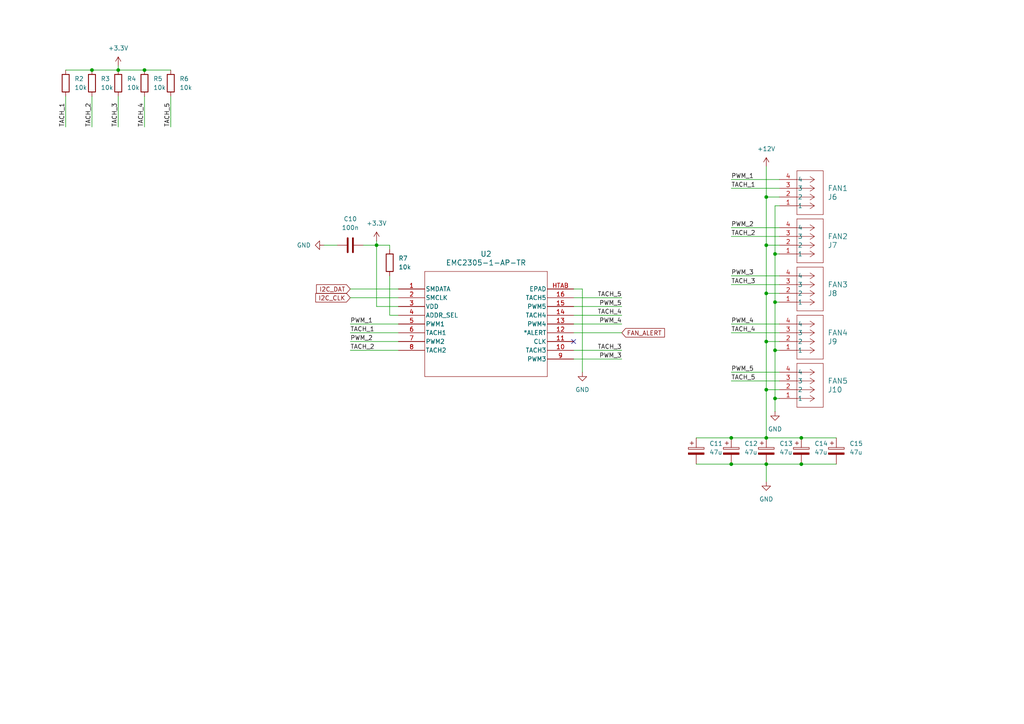
<source format=kicad_sch>
(kicad_sch (version 20231120) (generator "eeschema") (generator_version "8.0")
  (paper "A4")
  (title_block (title "JBOD RPi CM4 Control Board - Fan Control") (date "2024-10-05") (rev "1") (company "N3ttX") (comment 1 "Works with PWM fans only"))
  (lib_symbols
    (symbol "Custom_Symbols:EMC2305-1-AP-TR" (pin_names (offset 0.254))
      (property "Reference" "U" (at 25.4 10.16 0))
      (property "Value" "EMC2305-1-AP-TR" (at 25.4 7.62 0))
      (symbol "EMC2305-1-AP-TR_0_1"
        (polyline (pts (xy 7.62 -25.4) (xy 43.18 -25.4)) (stroke (width 0.127)))
        (polyline (pts (xy 7.62 5.08) (xy 7.62 -25.4)) (stroke (width 0.127)))
        (polyline (pts (xy 43.18 -25.4) (xy 43.18 5.08)) (stroke (width 0.127)))
        (polyline (pts (xy 43.18 5.08) (xy 7.62 5.08)) (stroke (width 0.127)))
        (pin bidirectional line (at 0 0 0) (length 7.62) (name "SMDATA") (number "1"))
        (pin input line (at 50.8 -17.78 180) (length 7.62) (name "TACH3") (number "10"))
        (pin bidirectional line (at 50.8 -15.24 180) (length 7.62) (name "CLK") (number "11"))
        (pin output line (at 50.8 -12.7 180) (length 7.62) (name "*ALERT") (number "12"))
        (pin output line (at 50.8 -10.16 180) (length 7.62) (name "PWM4") (number "13"))
        (pin input line (at 50.8 -7.62 180) (length 7.62) (name "TACH4") (number "14"))
        (pin output line (at 50.8 -5.08 180) (length 7.62) (name "PWM5") (number "15"))
        (pin input line (at 50.8 -2.54 180) (length 7.62) (name "TACH5") (number "16"))
        (pin input line (at 0 -2.54 0) (length 7.62) (name "SMCLK") (number "2"))
        (pin power_in line (at 0 -5.08 0) (length 7.62) (name "VDD") (number "3"))
        (pin bidirectional line (at 0 -7.62 0) (length 7.62) (name "ADDR_SEL") (number "4"))
        (pin output line (at 0 -10.16 0) (length 7.62) (name "PWM1") (number "5"))
        (pin input line (at 0 -12.7 0) (length 7.62) (name "TACH1") (number "6"))
        (pin output line (at 0 -15.24 0) (length 7.62) (name "PWM2") (number "7"))
        (pin input line (at 0 -17.78 0) (length 7.62) (name "TACH2") (number "8"))
        (pin output line (at 50.8 -20.32 180) (length 7.62) (name "PWM3") (number "9"))
        (pin unspecified line (at 50.8 0 180) (length 7.62) (name "EPAD") (number "HTAB"))
      )
    )
    (symbol "Custom_Symbols:Molex 4pin PC FAN" (pin_names (offset 0.254))
      (property "Reference" "J" (at 8.89 6.35 0))
      (property "Value" "470531000" (at 0 0 0))
      (symbol "Molex 4pin PC FAN_1_1"
        (polyline (pts (xy 5.08 -10.16) (xy 12.7 -10.16)) (stroke (width 0.127)))
        (polyline (pts (xy 5.08 2.54) (xy 5.08 -10.16)) (stroke (width 0.127)))
        (polyline (pts (xy 10.16 -7.62) (xy 5.08 -7.62)) (stroke (width 0.127)))
        (polyline (pts (xy 10.16 -7.62) (xy 8.89 -8.4667)) (stroke (width 0.127)))
        (polyline (pts (xy 10.16 -7.62) (xy 8.89 -6.7733)) (stroke (width 0.127)))
        (polyline (pts (xy 10.16 -5.08) (xy 5.08 -5.08)) (stroke (width 0.127)))
        (polyline (pts (xy 10.16 -5.08) (xy 8.89 -5.9267)) (stroke (width 0.127)))
        (polyline (pts (xy 10.16 -5.08) (xy 8.89 -4.2333)) (stroke (width 0.127)))
        (polyline (pts (xy 10.16 -2.54) (xy 5.08 -2.54)) (stroke (width 0.127)))
        (polyline (pts (xy 10.16 -2.54) (xy 8.89 -3.3867)) (stroke (width 0.127)))
        (polyline (pts (xy 10.16 -2.54) (xy 8.89 -1.6933)) (stroke (width 0.127)))
        (polyline (pts (xy 10.16 0) (xy 5.08 0)) (stroke (width 0.127)))
        (polyline (pts (xy 10.16 0) (xy 8.89 -0.8467)) (stroke (width 0.127)))
        (polyline (pts (xy 10.16 0) (xy 8.89 0.8467)) (stroke (width 0.127)))
        (polyline (pts (xy 12.7 -10.16) (xy 12.7 2.54)) (stroke (width 0.127)))
        (polyline (pts (xy 12.7 2.54) (xy 5.08 2.54)) (stroke (width 0.127)))
        (pin unspecified line (at 0 0 0) (length 5.08) (name "1") (number "1"))
        (pin unspecified line (at 0 -2.54 0) (length 5.08) (name "2") (number "2"))
        (pin unspecified line (at 0 -5.08 0) (length 5.08) (name "3") (number "3"))
        (pin unspecified line (at 0 -7.62 0) (length 5.08) (name "4") (number "4"))
      )
      (symbol "Molex 4pin PC FAN_1_2"
        (polyline (pts (xy 5.08 -10.16) (xy 12.7 -10.16)) (stroke (width 0.127)))
        (polyline (pts (xy 5.08 2.54) (xy 5.08 -10.16)) (stroke (width 0.127)))
        (polyline (pts (xy 7.62 -7.62) (xy 5.08 -7.62)) (stroke (width 0.127)))
        (polyline (pts (xy 7.62 -7.62) (xy 8.89 -8.4667)) (stroke (width 0.127)))
        (polyline (pts (xy 7.62 -7.62) (xy 8.89 -6.7733)) (stroke (width 0.127)))
        (polyline (pts (xy 7.62 -5.08) (xy 5.08 -5.08)) (stroke (width 0.127)))
        (polyline (pts (xy 7.62 -5.08) (xy 8.89 -5.9267)) (stroke (width 0.127)))
        (polyline (pts (xy 7.62 -5.08) (xy 8.89 -4.2333)) (stroke (width 0.127)))
        (polyline (pts (xy 7.62 -2.54) (xy 5.08 -2.54)) (stroke (width 0.127)))
        (polyline (pts (xy 7.62 -2.54) (xy 8.89 -3.3867)) (stroke (width 0.127)))
        (polyline (pts (xy 7.62 -2.54) (xy 8.89 -1.6933)) (stroke (width 0.127)))
        (polyline (pts (xy 7.62 0) (xy 5.08 0)) (stroke (width 0.127)))
        (polyline (pts (xy 7.62 0) (xy 8.89 -0.8467)) (stroke (width 0.127)))
        (polyline (pts (xy 7.62 0) (xy 8.89 0.8467)) (stroke (width 0.127)))
        (polyline (pts (xy 12.7 -10.16) (xy 12.7 2.54)) (stroke (width 0.127)))
        (polyline (pts (xy 12.7 2.54) (xy 5.08 2.54)) (stroke (width 0.127)))
        (pin unspecified line (at 0 0 0) (length 5.08) (name "1") (number "1"))
        (pin unspecified line (at 0 -2.54 0) (length 5.08) (name "2") (number "2"))
        (pin unspecified line (at 0 -5.08 0) (length 5.08) (name "3") (number "3"))
        (pin unspecified line (at 0 -7.62 0) (length 5.08) (name "4") (number "4"))
      )
    )
    (symbol "Device1:R" (pin_numbers hide) (pin_names (offset 0))
      (property "Reference" "R" (at 2.032 0 90))
      (property "Value" "R" (at 0 0 90))
      (symbol "R_0_1"
        (rectangle (start -1.016 -2.54) (end 1.016 2.54) (stroke (width 0.254)))
      )
      (symbol "R_1_1"
        (pin passive line (at 0 3.81 270) (length 1.27) (name "~") (number "1"))
        (pin passive line (at 0 -3.81 90) (length 1.27) (name "~") (number "2"))
      )
    )
    (symbol "Device:C" (pin_numbers hide) (pin_names (offset 0.254))
      (property "Reference" "C" (at 0.635 2.54 0))
      (property "Value" "C" (at 0.635 -2.54 0))
      (symbol "C_0_1"
        (polyline (pts (xy -2.032 -0.762) (xy 2.032 -0.762)) (stroke (width 0.508)))
        (polyline (pts (xy -2.032 0.762) (xy 2.032 0.762)) (stroke (width 0.508)))
      )
      (symbol "C_1_1"
        (pin passive line (at 0 3.81 270) (length 2.794) (name "~") (number "1"))
        (pin passive line (at 0 -3.81 90) (length 2.794) (name "~") (number "2"))
      )
    )
    (symbol "Device:C_Polarized" (pin_numbers hide) (pin_names (offset 0.254))
      (property "Reference" "C" (at 0.635 2.54 0))
      (property "Value" "C_Polarized" (at 0.635 -2.54 0))
      (symbol "C_Polarized_0_1"
        (rectangle (start -2.286 0.508) (end 2.286 1.016))
        (polyline (pts (xy -1.778 2.286) (xy -0.762 2.286)))
        (polyline (pts (xy -1.27 2.794) (xy -1.27 1.778)))
        (rectangle (start 2.286 -0.508) (end -2.286 -1.016) (fill (type outline)))
      )
      (symbol "C_Polarized_1_1"
        (pin passive line (at 0 3.81 270) (length 2.794) (name "~") (number "1"))
        (pin passive line (at 0 -3.81 90) (length 2.794) (name "~") (number "2"))
      )
    )
    (symbol "power:+12V" (power) (pin_numbers hide) (pin_names (offset 0) hide)
      (property "Value" "+12V" (at 0 3.556 0))
      (symbol "+12V_0_1"
        (polyline (pts (xy -0.762 1.27) (xy 0 2.54)))
        (polyline (pts (xy 0 0) (xy 0 2.54)))
        (polyline (pts (xy 0 2.54) (xy 0.762 1.27)))
      )
      (symbol "+12V_1_1"
        (pin power_in line (at 0 0 90) (length 0) (name "~") (number "1"))
      )
    )
    (symbol "power:+3.3V" (power) (pin_numbers hide) (pin_names (offset 0) hide)
      (property "Value" "+3.3V" (at 0 3.556 0))
      (symbol "+3.3V_0_1"
        (polyline (pts (xy -0.762 1.27) (xy 0 2.54)))
        (polyline (pts (xy 0 0) (xy 0 2.54)))
        (polyline (pts (xy 0 2.54) (xy 0.762 1.27)))
      )
      (symbol "+3.3V_1_1"
        (pin power_in line (at 0 0 90) (length 0) (name "~") (number "1"))
      )
    )
    (symbol "power:GND" (power) (pin_numbers hide) (pin_names (offset 0) hide)
      (property "Value" "GND" (at 0 -3.81 0))
      (symbol "GND_0_1"
        (polyline (pts (xy 0 0) (xy 0 -1.27) (xy 1.27 -1.27) (xy 0 -2.54) (xy -1.27 -1.27) (xy 0 -1.27)))
      )
      (symbol "GND_1_1"
        (pin power_in line (at 0 0 270) (length 0) (name "~") (number "1"))
      )
    )
  )
  (junction (at 212.09 134.62))
  (junction (at 222.25 57.15))
  (junction (at 232.41 134.62))
  (junction (at 222.25 113.03))
  (junction (at 224.79 115.57))
  (junction (at 222.25 71.12))
  (junction (at 232.41 127))
  (junction (at 222.25 134.62))
  (junction (at 34.29 20.32))
  (junction (at 224.79 87.63))
  (junction (at 222.25 85.09))
  (junction (at 26.67 20.32))
  (junction (at 222.25 127))
  (junction (at 41.91 20.32))
  (junction (at 109.22 71.12))
  (junction (at 224.79 101.6))
  (junction (at 212.09 127))
  (junction (at 224.79 73.66))
  (junction (at 222.25 99.06))
  (no_connect (at 166.37 99.06))
  (wire (pts (xy 224.79 101.6) (xy 226.06 101.6)))
  (wire (pts (xy 212.09 127) (xy 222.25 127)))
  (wire (pts (xy 166.37 96.52) (xy 180.34 96.52)))
  (wire (pts (xy 113.03 72.39) (xy 113.03 71.12)))
  (wire (pts (xy 166.37 104.14) (xy 180.34 104.14)))
  (wire (pts (xy 222.25 71.12) (xy 222.25 85.09)))
  (wire (pts (xy 212.09 66.04) (xy 226.06 66.04)))
  (wire (pts (xy 222.25 127) (xy 232.41 127)))
  (wire (pts (xy 26.67 20.32) (xy 34.29 20.32)))
  (wire (pts (xy 26.67 27.94) (xy 26.67 36.83)))
  (wire (pts (xy 222.25 57.15) (xy 226.06 57.15)))
  (wire (pts (xy 101.6 86.36) (xy 115.57 86.36)))
  (wire (pts (xy 222.25 134.62) (xy 222.25 139.7)))
  (wire (pts (xy 212.09 110.49) (xy 226.06 110.49)))
  (wire (pts (xy 168.91 107.95) (xy 168.91 83.82)))
  (wire (pts (xy 101.6 99.06) (xy 115.57 99.06)))
  (wire (pts (xy 212.09 54.61) (xy 226.06 54.61)))
  (wire (pts (xy 212.09 52.07) (xy 226.06 52.07)))
  (wire (pts (xy 166.37 101.6) (xy 180.34 101.6)))
  (wire (pts (xy 166.37 91.44) (xy 180.34 91.44)))
  (wire (pts (xy 222.25 113.03) (xy 226.06 113.03)))
  (wire (pts (xy 222.25 99.06) (xy 222.25 113.03)))
  (wire (pts (xy 212.09 134.62) (xy 222.25 134.62)))
  (wire (pts (xy 34.29 19.05) (xy 34.29 20.32)))
  (wire (pts (xy 224.79 115.57) (xy 226.06 115.57)))
  (wire (pts (xy 224.79 119.38) (xy 224.79 115.57)))
  (wire (pts (xy 212.09 107.95) (xy 226.06 107.95)))
  (wire (pts (xy 113.03 91.44) (xy 115.57 91.44)))
  (wire (pts (xy 212.09 96.52) (xy 226.06 96.52)))
  (wire (pts (xy 212.09 68.58) (xy 226.06 68.58)))
  (wire (pts (xy 212.09 80.01) (xy 226.06 80.01)))
  (wire (pts (xy 222.25 71.12) (xy 226.06 71.12)))
  (wire (pts (xy 109.22 71.12) (xy 109.22 69.85)))
  (wire (pts (xy 101.6 96.52) (xy 115.57 96.52)))
  (wire (pts (xy 222.25 57.15) (xy 222.25 71.12)))
  (wire (pts (xy 232.41 134.62) (xy 242.57 134.62)))
  (wire (pts (xy 113.03 80.01) (xy 113.03 91.44)))
  (wire (pts (xy 222.25 85.09) (xy 222.25 99.06)))
  (wire (pts (xy 168.91 83.82) (xy 166.37 83.82)))
  (wire (pts (xy 224.79 73.66) (xy 226.06 73.66)))
  (wire (pts (xy 201.93 127) (xy 212.09 127)))
  (wire (pts (xy 224.79 87.63) (xy 224.79 73.66)))
  (wire (pts (xy 201.93 134.62) (xy 212.09 134.62)))
  (wire (pts (xy 222.25 48.26) (xy 222.25 57.15)))
  (wire (pts (xy 19.05 27.94) (xy 19.05 36.83)))
  (wire (pts (xy 34.29 27.94) (xy 34.29 36.83)))
  (wire (pts (xy 222.25 99.06) (xy 226.06 99.06)))
  (wire (pts (xy 224.79 73.66) (xy 224.79 59.69)))
  (wire (pts (xy 93.98 71.12) (xy 97.79 71.12)))
  (wire (pts (xy 113.03 71.12) (xy 109.22 71.12)))
  (wire (pts (xy 101.6 101.6) (xy 115.57 101.6)))
  (wire (pts (xy 212.09 82.55) (xy 226.06 82.55)))
  (wire (pts (xy 166.37 93.98) (xy 180.34 93.98)))
  (wire (pts (xy 101.6 83.82) (xy 115.57 83.82)))
  (wire (pts (xy 166.37 86.36) (xy 180.34 86.36)))
  (wire (pts (xy 232.41 127) (xy 242.57 127)))
  (wire (pts (xy 224.79 115.57) (xy 224.79 101.6)))
  (wire (pts (xy 109.22 88.9) (xy 109.22 71.12)))
  (wire (pts (xy 41.91 20.32) (xy 49.53 20.32)))
  (wire (pts (xy 222.25 134.62) (xy 232.41 134.62)))
  (wire (pts (xy 166.37 88.9) (xy 180.34 88.9)))
  (wire (pts (xy 224.79 87.63) (xy 226.06 87.63)))
  (wire (pts (xy 41.91 27.94) (xy 41.91 36.83)))
  (wire (pts (xy 115.57 88.9) (xy 109.22 88.9)))
  (wire (pts (xy 222.25 85.09) (xy 226.06 85.09)))
  (wire (pts (xy 105.41 71.12) (xy 109.22 71.12)))
  (wire (pts (xy 101.6 93.98) (xy 115.57 93.98)))
  (wire (pts (xy 212.09 93.98) (xy 226.06 93.98)))
  (wire (pts (xy 49.53 27.94) (xy 49.53 36.83)))
  (wire (pts (xy 34.29 20.32) (xy 41.91 20.32)))
  (wire (pts (xy 224.79 59.69) (xy 226.06 59.69)))
  (wire (pts (xy 19.05 20.32) (xy 26.67 20.32)))
  (wire (pts (xy 224.79 101.6) (xy 224.79 87.63)))
  (wire (pts (xy 222.25 113.03) (xy 222.25 127)))
  (label "TACH_2" (at 26.67 36.83 90))
  (label "PWM_3" (at 212.09 80.01 0))
  (label "TACH_5" (at 180.34 86.36 180))
  (label "PWM_5" (at 180.34 88.9 180))
  (label "PWM_2" (at 212.09 66.04 0))
  (label "PWM_5" (at 212.09 107.95 0))
  (label "TACH_1" (at 19.05 36.83 90))
  (label "PWM_3" (at 180.34 104.14 180))
  (label "TACH_1" (at 212.09 54.61 0))
  (label "PWM_4" (at 212.09 93.98 0))
  (label "TACH_3" (at 180.34 101.6 180))
  (label "TACH_1" (at 101.6 96.52 0))
  (label "TACH_2" (at 101.6 101.6 0))
  (label "PWM_1" (at 212.09 52.07 0))
  (label "TACH_5" (at 212.09 110.49 0))
  (label "TACH_2" (at 212.09 68.58 0))
  (label "TACH_4" (at 41.91 36.83 90))
  (label "TACH_3" (at 34.29 36.83 90))
  (label "TACH_4" (at 180.34 91.44 180))
  (label "PWM_1" (at 101.6 93.98 0))
  (label "TACH_4" (at 212.09 96.52 0))
  (label "TACH_5" (at 49.53 36.83 90))
  (label "TACH_3" (at 212.09 82.55 0))
  (label "PWM_2" (at 101.6 99.06 0))
  (label "PWM_4" (at 180.34 93.98 180))
  (global_label "I2C_DAT" (shape input) (at 101.6 83.82 180) (property "Intersheetrefs" "${INTERSHEET_REFS}" (effects (hide yes))))
  (global_label "FAN_ALERT" (shape input) (at 180.34 96.52 0) (property "Intersheetrefs" "${INTERSHEET_REFS}" (effects (hide yes))))
  (global_label "I2C_CLK" (shape input) (at 101.6 86.36 180) (property "Intersheetrefs" "${INTERSHEET_REFS}" (effects (hide yes))))
  (symbol (lib_id "Device1:R") (at 113.03 76.2 0) (unit 1)
    (property "Reference" "R7" (at 115.57 74.9299 0) (effects (justify left)))
    (property "Value" "10k" (at 115.57 77.4699 0) (effects (justify left)))
    (property "Footprint" "Resistor_SMD:R_0603_1608Metric" (effects (hide yes)))
    (property "Description" "Resistor" (effects (hide yes)))
  )
  (symbol (lib_id "power:GND") (at 93.98 71.12 270) (unit 1)
    (property "Reference" "#PWR014" (effects (hide yes)))
    (property "Value" "GND" (at 90.17 71.1199 90) (effects (justify right)))
    (property "Description" "Power symbol creates a global label with name \"GND\" , ground" (effects (hide yes)))
  )
  (symbol (lib_id "Device1:R") (at 41.91 24.13 0) (unit 1)
    (property "Reference" "R5" (at 44.45 22.8599 0) (effects (justify left)))
    (property "Value" "10k" (at 44.45 25.3999 0) (effects (justify left)))
    (property "Footprint" "Resistor_SMD:R_0603_1608Metric" (effects (hide yes)))
    (property "Description" "Resistor" (effects (hide yes)))
  )
  (symbol (lib_id "Device:C_Polarized") (at 201.93 130.81 0) (unit 1)
    (property "Reference" "C11" (at 205.74 128.6509 0) (effects (justify left)))
    (property "Value" "47u" (at 205.74 131.1909 0) (effects (justify left)))
    (property "Footprint" "Capacitor_Tantalum_SMD:CP_EIA-3216-18_Kemet-A" (effects (hide yes)))
    (property "Description" "Polarized capacitor" (effects (hide yes)))
  )
  (symbol (lib_id "power:+3.3V") (at 109.22 69.85 0) (unit 1)
    (property "Reference" "#PWR013" (effects (hide yes)))
    (property "Value" "+3.3V" (at 109.22 64.77 0))
    (property "Description" "Power symbol creates a global label with name \"+3.3V\"" (effects (hide yes)))
  )
  (symbol (lib_id "Custom_Symbols:Molex 4pin PC FAN") (at 226.06 115.57 0) (mirror x) (unit 1)
    (property "Reference" "J10" (at 240.03 113.0301 0) (effects (font (size 1.524 1.524)) (justify left)))
    (property "Value" "FAN5" (at 240.03 110.4901 0) (effects (font (size 1.524 1.524)) (justify left)))
    (property "Footprint" "Custom_Footprints:CONN_SD-47053-001_H10p00_MOL" (effects (hide yes)))
    (property "Datasheet" "470531000" (effects (hide yes)))
  )
  (symbol (lib_id "Device1:R") (at 26.67 24.13 0) (unit 1)
    (property "Reference" "R3" (at 29.21 22.8599 0) (effects (justify left)))
    (property "Value" "10k" (at 29.21 25.3999 0) (effects (justify left)))
    (property "Footprint" "Resistor_SMD:R_0603_1608Metric" (effects (hide yes)))
    (property "Description" "Resistor" (effects (hide yes)))
  )
  (symbol (lib_id "Device:C_Polarized") (at 222.25 130.81 0) (unit 1)
    (property "Reference" "C13" (at 226.06 128.6509 0) (effects (justify left)))
    (property "Value" "47u" (at 226.06 131.1909 0) (effects (justify left)))
    (property "Footprint" "Capacitor_Tantalum_SMD:CP_EIA-3216-18_Kemet-A" (effects (hide yes)))
    (property "Description" "Polarized capacitor" (effects (hide yes)))
  )
  (symbol (lib_id "Device:C_Polarized") (at 242.57 130.81 0) (unit 1)
    (property "Reference" "C15" (at 246.38 128.6509 0) (effects (justify left)))
    (property "Value" "47u" (at 246.38 131.1909 0) (effects (justify left)))
    (property "Footprint" "Capacitor_Tantalum_SMD:CP_EIA-3216-18_Kemet-A" (effects (hide yes)))
    (property "Description" "Polarized capacitor" (effects (hide yes)))
  )
  (symbol (lib_id "Custom_Symbols:Molex 4pin PC FAN") (at 226.06 101.6 0) (mirror x) (unit 1)
    (property "Reference" "J9" (at 240.03 99.0601 0) (effects (font (size 1.524 1.524)) (justify left)))
    (property "Value" "FAN4" (at 240.03 96.5201 0) (effects (font (size 1.524 1.524)) (justify left)))
    (property "Footprint" "Custom_Footprints:CONN_SD-47053-001_H10p00_MOL" (effects (hide yes)))
    (property "Datasheet" "470531000" (effects (hide yes)))
  )
  (symbol (lib_id "power:GND") (at 168.91 107.95 0) (unit 1)
    (property "Reference" "#PWR015" (effects (hide yes)))
    (property "Value" "GND" (at 168.91 113.03 0))
    (property "Description" "Power symbol creates a global label with name \"GND\" , ground" (effects (hide yes)))
  )
  (symbol (lib_id "Device1:R") (at 49.53 24.13 0) (unit 1)
    (property "Reference" "R6" (at 52.07 22.8599 0) (effects (justify left)))
    (property "Value" "10k" (at 52.07 25.3999 0) (effects (justify left)))
    (property "Footprint" "Resistor_SMD:R_0603_1608Metric" (effects (hide yes)))
    (property "Description" "Resistor" (effects (hide yes)))
  )
  (symbol (lib_id "power:+3.3V") (at 34.29 19.05 0) (unit 1)
    (property "Reference" "#PWR011" (effects (hide yes)))
    (property "Value" "+3.3V" (at 34.29 13.97 0))
    (property "Description" "Power symbol creates a global label with name \"+3.3V\"" (effects (hide yes)))
  )
  (symbol (lib_id "power:GND") (at 222.25 139.7 0) (unit 1)
    (property "Reference" "#PWR017" (effects (hide yes)))
    (property "Value" "GND" (at 222.25 144.78 0))
    (property "Description" "Power symbol creates a global label with name \"GND\" , ground" (effects (hide yes)))
  )
  (symbol (lib_id "Custom_Symbols:Molex 4pin PC FAN") (at 226.06 73.66 0) (mirror x) (unit 1)
    (property "Reference" "J7" (at 240.03 71.1201 0) (effects (font (size 1.524 1.524)) (justify left)))
    (property "Value" "FAN2" (at 240.03 68.5801 0) (effects (font (size 1.524 1.524)) (justify left)))
    (property "Footprint" "Custom_Footprints:CONN_SD-47053-001_H10p00_MOL" (effects (hide yes)))
    (property "Datasheet" "470531000" (effects (hide yes)))
  )
  (symbol (lib_id "Device:C") (at 101.6 71.12 90) (unit 1)
    (property "Reference" "C10" (at 101.6 63.5 90))
    (property "Value" "100n" (at 101.6 66.04 90))
    (property "Footprint" "Capacitor_SMD:C_0603_1608Metric" (effects (hide yes)))
    (property "Description" "Unpolarized capacitor" (effects (hide yes)))
  )
  (symbol (lib_id "Device:C_Polarized") (at 212.09 130.81 0) (unit 1)
    (property "Reference" "C12" (at 215.9 128.6509 0) (effects (justify left)))
    (property "Value" "47u" (at 215.9 131.1909 0) (effects (justify left)))
    (property "Footprint" "Capacitor_Tantalum_SMD:CP_EIA-3216-18_Kemet-A" (effects (hide yes)))
    (property "Description" "Polarized capacitor" (effects (hide yes)))
  )
  (symbol (lib_id "Device:C_Polarized") (at 232.41 130.81 0) (unit 1)
    (property "Reference" "C14" (at 236.22 128.6509 0) (effects (justify left)))
    (property "Value" "47u" (at 236.22 131.1909 0) (effects (justify left)))
    (property "Footprint" "Capacitor_Tantalum_SMD:CP_EIA-3216-18_Kemet-A" (effects (hide yes)))
    (property "Description" "Polarized capacitor" (effects (hide yes)))
  )
  (symbol (lib_id "Custom_Symbols:Molex 4pin PC FAN") (at 226.06 59.69 0) (mirror x) (unit 1)
    (property "Reference" "J6" (at 240.03 57.1501 0) (effects (font (size 1.524 1.524)) (justify left)))
    (property "Value" "FAN1" (at 240.03 54.6101 0) (effects (font (size 1.524 1.524)) (justify left)))
    (property "Footprint" "Custom_Footprints:CONN_SD-47053-001_H10p00_MOL" (effects (hide yes)))
    (property "Datasheet" "470531000" (effects (hide yes)))
  )
  (symbol (lib_id "Custom_Symbols:Molex 4pin PC FAN") (at 226.06 87.63 0) (mirror x) (unit 1)
    (property "Reference" "J8" (at 240.03 85.0901 0) (effects (font (size 1.524 1.524)) (justify left)))
    (property "Value" "FAN3" (at 240.03 82.5501 0) (effects (font (size 1.524 1.524)) (justify left)))
    (property "Footprint" "Custom_Footprints:CONN_SD-47053-001_H10p00_MOL" (effects (hide yes)))
    (property "Datasheet" "470531000" (effects (hide yes)))
  )
  (symbol (lib_id "Device1:R") (at 34.29 24.13 0) (unit 1)
    (property "Reference" "R4" (at 36.83 22.8599 0) (effects (justify left)))
    (property "Value" "10k" (at 36.83 25.3999 0) (effects (justify left)))
    (property "Footprint" "Resistor_SMD:R_0603_1608Metric" (effects (hide yes)))
    (property "Description" "Resistor" (effects (hide yes)))
  )
  (symbol (lib_id "Device1:R") (at 19.05 24.13 0) (unit 1)
    (property "Reference" "R2" (at 21.59 22.8599 0) (effects (justify left)))
    (property "Value" "10k" (at 21.59 25.3999 0) (effects (justify left)))
    (property "Footprint" "Resistor_SMD:R_0603_1608Metric" (effects (hide yes)))
    (property "Description" "Resistor" (effects (hide yes)))
  )
  (symbol (lib_id "power:+12V") (at 222.25 48.26 0) (unit 1)
    (property "Reference" "#PWR012" (effects (hide yes)))
    (property "Value" "+12V" (at 222.25 43.18 0))
    (property "Description" "Power symbol creates a global label with name \"+12V\"" (effects (hide yes)))
  )
  (symbol (lib_id "power:GND") (at 224.79 119.38 0) (unit 1)
    (property "Reference" "#PWR016" (effects (hide yes)))
    (property "Value" "GND" (at 224.79 124.46 0))
    (property "Description" "Power symbol creates a global label with name \"GND\" , ground" (effects (hide yes)))
  )
  (symbol (lib_id "Custom_Symbols:EMC2305-1-AP-TR") (at 115.57 83.82 0) (unit 1)
    (property "Reference" "U2" (at 140.97 73.66 0) (effects (font (size 1.524 1.524))))
    (property "Value" "EMC2305-1-AP-TR" (at 140.97 76.2 0) (effects (font (size 1.524 1.524))))
    (property "Footprint" "Custom_Footprints:QFN16_4x4MC_MCH" (effects (hide yes)))
    (property "Datasheet" "EMC2305-1-AP-TR" (effects (hide yes)))
  )
)
</source>
